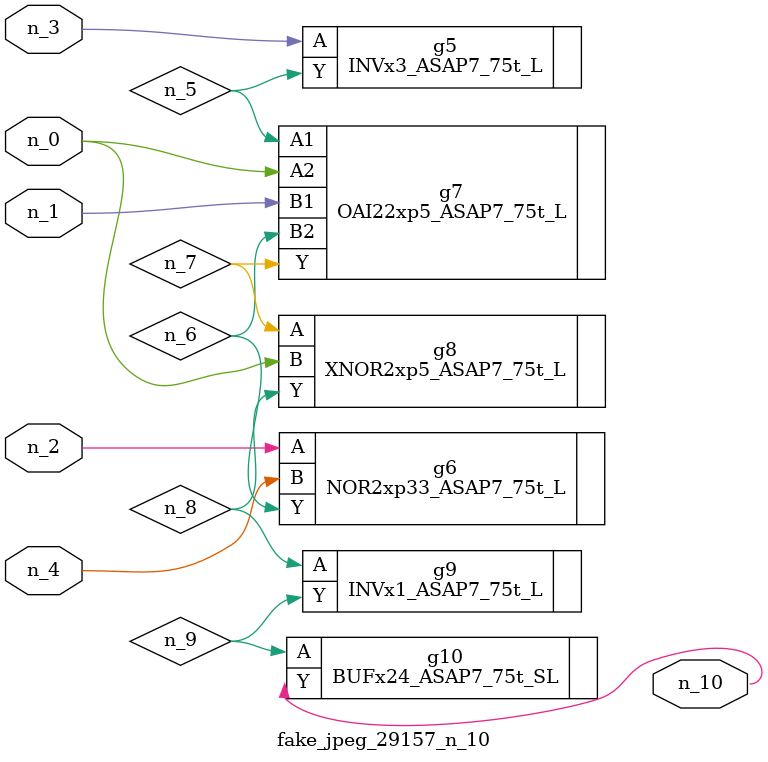
<source format=v>
module fake_jpeg_29157_n_10 (n_3, n_2, n_1, n_0, n_4, n_10);

input n_3;
input n_2;
input n_1;
input n_0;
input n_4;

output n_10;

wire n_8;
wire n_9;
wire n_6;
wire n_5;
wire n_7;

INVx3_ASAP7_75t_L g5 ( 
.A(n_3),
.Y(n_5)
);

NOR2xp33_ASAP7_75t_L g6 ( 
.A(n_2),
.B(n_4),
.Y(n_6)
);

OAI22xp5_ASAP7_75t_L g7 ( 
.A1(n_5),
.A2(n_0),
.B1(n_1),
.B2(n_6),
.Y(n_7)
);

XNOR2xp5_ASAP7_75t_L g8 ( 
.A(n_7),
.B(n_0),
.Y(n_8)
);

INVx1_ASAP7_75t_L g9 ( 
.A(n_8),
.Y(n_9)
);

BUFx24_ASAP7_75t_SL g10 ( 
.A(n_9),
.Y(n_10)
);


endmodule
</source>
